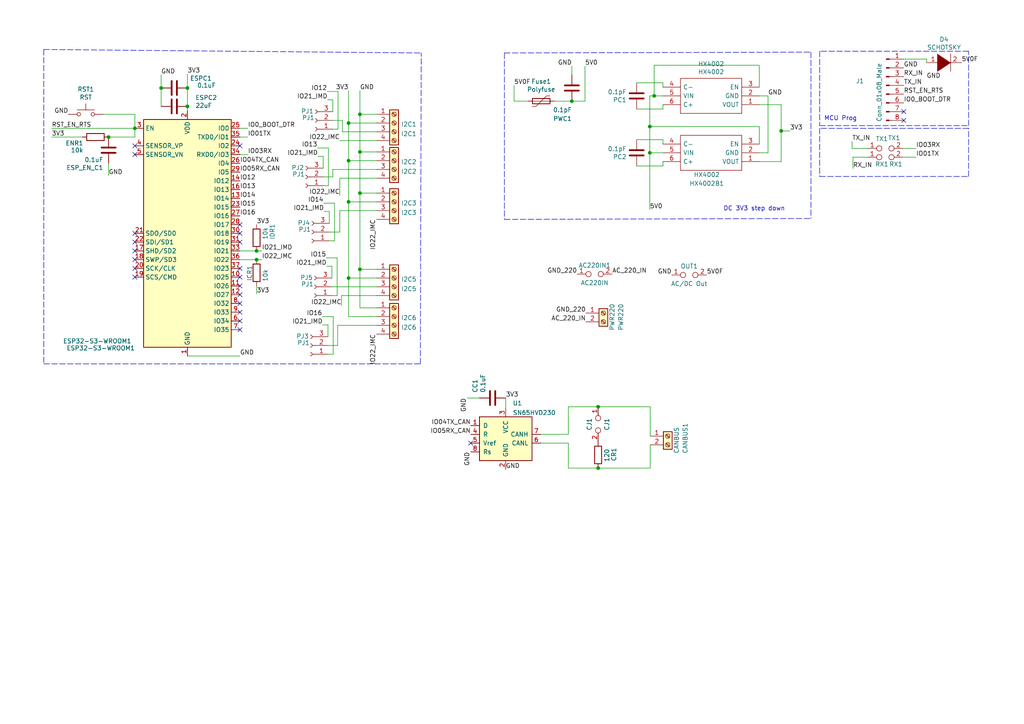
<source format=kicad_sch>
(kicad_sch (version 20211123) (generator eeschema)
  (paper "A4")
  (lib_symbols
    (symbol "Connector:Conn_01x03_Female" (pin_names (offset 1.016) hide)
      (property "Reference" "J" (at 0 5.08 0))
      (property "Value" "Conn_01x03_Female" (at 0 -5.08 0))
      (symbol "Conn_01x03_Female_1_1"
        (arc (start 0 -2.032) (mid -0.508 -2.54) (end 0 -3.048) (stroke (width 0.1524)))
        (polyline (pts (xy -1.27 -2.54) (xy -0.508 -2.54)) (stroke (width 0.1524)))
        (polyline (pts (xy -1.27 0) (xy -0.508 0)) (stroke (width 0.1524)))
        (polyline (pts (xy -1.27 2.54) (xy -0.508 2.54)) (stroke (width 0.1524)))
        (arc (start 0 0.508) (mid -0.508 0) (end 0 -0.508) (stroke (width 0.1524)))
        (arc (start 0 3.048) (mid -0.508 2.54) (end 0 2.032) (stroke (width 0.1524)))
        (pin passive line (at -5.08 2.54 0) (length 3.81) (name "Pin_1") (number "1"))
        (pin passive line (at -5.08 0 0) (length 3.81) (name "Pin_2") (number "2"))
        (pin passive line (at -5.08 -2.54 0) (length 3.81) (name "Pin_3") (number "3"))
      )
    )
    (symbol "Connector:Conn_01x08_Male" (pin_names (offset 1.016) hide)
      (property "Reference" "J" (at 0 10.16 0))
      (property "Value" "Conn_01x08_Male" (at 0 -12.7 0))
      (symbol "Conn_01x08_Male_1_1"
        (polyline (pts (xy 1.27 -10.16) (xy 0.8636 -10.16)) (stroke (width 0.1524)))
        (polyline (pts (xy 1.27 -7.62) (xy 0.8636 -7.62)) (stroke (width 0.1524)))
        (polyline (pts (xy 1.27 -5.08) (xy 0.8636 -5.08)) (stroke (width 0.1524)))
        (polyline (pts (xy 1.27 -2.54) (xy 0.8636 -2.54)) (stroke (width 0.1524)))
        (polyline (pts (xy 1.27 0) (xy 0.8636 0)) (stroke (width 0.1524)))
        (polyline (pts (xy 1.27 2.54) (xy 0.8636 2.54)) (stroke (width 0.1524)))
        (polyline (pts (xy 1.27 5.08) (xy 0.8636 5.08)) (stroke (width 0.1524)))
        (polyline (pts (xy 1.27 7.62) (xy 0.8636 7.62)) (stroke (width 0.1524)))
        (rectangle (start 0.8636 -10.033) (end 0 -10.287) (stroke (width 0.1524)) (fill (type outline)))
        (rectangle (start 0.8636 -7.493) (end 0 -7.747) (stroke (width 0.1524)) (fill (type outline)))
        (rectangle (start 0.8636 -4.953) (end 0 -5.207) (stroke (width 0.1524)) (fill (type outline)))
        (rectangle (start 0.8636 -2.413) (end 0 -2.667) (stroke (width 0.1524)) (fill (type outline)))
        (rectangle (start 0.8636 0.127) (end 0 -0.127) (stroke (width 0.1524)) (fill (type outline)))
        (rectangle (start 0.8636 2.667) (end 0 2.413) (stroke (width 0.1524)) (fill (type outline)))
        (rectangle (start 0.8636 5.207) (end 0 4.953) (stroke (width 0.1524)) (fill (type outline)))
        (rectangle (start 0.8636 7.747) (end 0 7.493) (stroke (width 0.1524)) (fill (type outline)))
        (pin passive line (at 5.08 7.62 180) (length 3.81) (name "Pin_1") (number "1"))
        (pin passive line (at 5.08 5.08 180) (length 3.81) (name "Pin_2") (number "2"))
        (pin passive line (at 5.08 2.54 180) (length 3.81) (name "Pin_3") (number "3"))
        (pin passive line (at 5.08 0 180) (length 3.81) (name "Pin_4") (number "4"))
        (pin passive line (at 5.08 -2.54 180) (length 3.81) (name "Pin_5") (number "5"))
        (pin passive line (at 5.08 -5.08 180) (length 3.81) (name "Pin_6") (number "6"))
        (pin passive line (at 5.08 -7.62 180) (length 3.81) (name "Pin_7") (number "7"))
        (pin passive line (at 5.08 -10.16 180) (length 3.81) (name "Pin_8") (number "8"))
      )
    )
    (symbol "Connector:Screw_Terminal_01x02" (pin_names (offset 1.016) hide)
      (property "Reference" "J" (at 0 2.54 0))
      (property "Value" "Screw_Terminal_01x02" (at 0 -5.08 0))
      (symbol "Screw_Terminal_01x02_1_1"
        (rectangle (start -1.27 1.27) (end 1.27 -3.81) (stroke (width 0.254)) (fill (type background)))
        (circle (center 0 -2.54) (radius 0.635) (stroke (width 0.1524)))
        (polyline (pts (xy -0.5334 -2.2098) (xy 0.3302 -3.048)) (stroke (width 0.1524)))
        (polyline (pts (xy -0.5334 0.3302) (xy 0.3302 -0.508)) (stroke (width 0.1524)))
        (polyline (pts (xy -0.3556 -2.032) (xy 0.508 -2.8702)) (stroke (width 0.1524)))
        (polyline (pts (xy -0.3556 0.508) (xy 0.508 -0.3302)) (stroke (width 0.1524)))
        (circle (center 0 0) (radius 0.635) (stroke (width 0.1524)))
        (pin passive line (at -5.08 0 0) (length 3.81) (name "Pin_1") (number "1"))
        (pin passive line (at -5.08 -2.54 0) (length 3.81) (name "Pin_2") (number "2"))
      )
    )
    (symbol "Connector:Screw_Terminal_01x04" (pin_names (offset 1.016) hide)
      (property "Reference" "J" (at 0 5.08 0))
      (property "Value" "Screw_Terminal_01x04" (at 0 -7.62 0))
      (symbol "Screw_Terminal_01x04_1_1"
        (rectangle (start -1.27 3.81) (end 1.27 -6.35) (stroke (width 0.254)) (fill (type background)))
        (circle (center 0 -5.08) (radius 0.635) (stroke (width 0.1524)))
        (circle (center 0 -2.54) (radius 0.635) (stroke (width 0.1524)))
        (polyline (pts (xy -0.5334 -4.7498) (xy 0.3302 -5.588)) (stroke (width 0.1524)))
        (polyline (pts (xy -0.5334 -2.2098) (xy 0.3302 -3.048)) (stroke (width 0.1524)))
        (polyline (pts (xy -0.5334 0.3302) (xy 0.3302 -0.508)) (stroke (width 0.1524)))
        (polyline (pts (xy -0.5334 2.8702) (xy 0.3302 2.032)) (stroke (width 0.1524)))
        (polyline (pts (xy -0.3556 -4.572) (xy 0.508 -5.4102)) (stroke (width 0.1524)))
        (polyline (pts (xy -0.3556 -2.032) (xy 0.508 -2.8702)) (stroke (width 0.1524)))
        (polyline (pts (xy -0.3556 0.508) (xy 0.508 -0.3302)) (stroke (width 0.1524)))
        (polyline (pts (xy -0.3556 3.048) (xy 0.508 2.2098)) (stroke (width 0.1524)))
        (circle (center 0 0) (radius 0.635) (stroke (width 0.1524)))
        (circle (center 0 2.54) (radius 0.635) (stroke (width 0.1524)))
        (pin passive line (at -5.08 2.54 0) (length 3.81) (name "Pin_1") (number "1"))
        (pin passive line (at -5.08 0 0) (length 3.81) (name "Pin_2") (number "2"))
        (pin passive line (at -5.08 -2.54 0) (length 3.81) (name "Pin_3") (number "3"))
        (pin passive line (at -5.08 -5.08 0) (length 3.81) (name "Pin_4") (number "4"))
      )
    )
    (symbol "Connector:TestPoint_2Pole" (pin_names (offset 0.762) hide)
      (property "Reference" "TP" (at 0 1.524 0))
      (property "Value" "TestPoint_2Pole" (at 0 -1.778 0))
      (symbol "TestPoint_2Pole_0_1"
        (circle (center -1.778 0) (radius 0.762))
        (circle (center 1.778 0) (radius 0.762))
        (pin passive line (at -5.08 0 0) (length 2.54) (name "1") (number "1"))
        (pin passive line (at 5.08 0 180) (length 2.54) (name "2") (number "2"))
      )
    )
    (symbol "Device:C" (pin_numbers hide) (pin_names (offset 0.254))
      (property "Reference" "C" (at 0.635 2.54 0))
      (property "Value" "C" (at 0.635 -2.54 0))
      (symbol "C_0_1"
        (polyline (pts (xy -2.032 -0.762) (xy 2.032 -0.762)) (stroke (width 0.508)))
        (polyline (pts (xy -2.032 0.762) (xy 2.032 0.762)) (stroke (width 0.508)))
      )
      (symbol "C_1_1"
        (pin passive line (at 0 3.81 270) (length 2.794) (name "~") (number "1"))
        (pin passive line (at 0 -3.81 90) (length 2.794) (name "~") (number "2"))
      )
    )
    (symbol "Device:Polyfuse" (pin_numbers hide) (pin_names (offset 0))
      (property "Reference" "F" (at -2.54 0 90))
      (property "Value" "Polyfuse" (at 2.54 0 90))
      (symbol "Polyfuse_0_1"
        (rectangle (start -0.762 2.54) (end 0.762 -2.54) (stroke (width 0.254)))
        (polyline (pts (xy 0 2.54) (xy 0 -2.54)))
        (polyline (pts (xy -1.524 2.54) (xy -1.524 1.524) (xy 1.524 -1.524) (xy 1.524 -2.54)))
      )
      (symbol "Polyfuse_1_1"
        (pin passive line (at 0 3.81 270) (length 1.27) (name "~") (number "1"))
        (pin passive line (at 0 -3.81 90) (length 1.27) (name "~") (number "2"))
      )
    )
    (symbol "Device:R" (pin_numbers hide) (pin_names (offset 0))
      (property "Reference" "R" (at 2.032 0 90))
      (property "Value" "R" (at 0 0 90))
      (symbol "R_0_1"
        (rectangle (start -1.016 -2.54) (end 1.016 2.54) (stroke (width 0.254)))
      )
      (symbol "R_1_1"
        (pin passive line (at 0 3.81 270) (length 1.27) (name "~") (number "1"))
        (pin passive line (at 0 -3.81 90) (length 1.27) (name "~") (number "2"))
      )
    )
    (symbol "HX4002:HX4002" (pin_names (offset 0.762))
      (property "Reference" "IC" (at 24.13 7.62 0))
      (property "Value" "HX4002_HX4002" (at 24.13 5.08 0))
      (symbol "HX4002_0_0"
        (pin passive line (at 0 0 0) (length 5.08) (name "VOUT") (number "1"))
        (pin passive line (at 0 -2.54 0) (length 5.08) (name "GND") (number "2"))
        (pin passive line (at 0 -5.08 0) (length 5.08) (name "EN") (number "3"))
        (pin passive line (at 27.94 -5.08 180) (length 5.08) (name "C-") (number "4"))
        (pin passive line (at 27.94 -2.54 180) (length 5.08) (name "VIN") (number "5"))
        (pin passive line (at 27.94 0 180) (length 5.08) (name "C+") (number "6"))
      )
      (symbol "HX4002_0_1"
        (polyline (pts (xy 5.08 2.54) (xy 22.86 2.54) (xy 22.86 -7.62) (xy 5.08 -7.62) (xy 5.08 2.54)) (stroke (width 0.1524)))
      )
    )
    (symbol "Interface_CAN_LIN:SN65HVD230" (pin_names (offset 1.016))
      (property "Reference" "U" (at -2.54 10.16 0))
      (property "Value" "SN65HVD230" (at -2.54 7.62 0))
      (symbol "SN65HVD230_0_1"
        (rectangle (start -7.62 5.08) (end 7.62 -7.62) (stroke (width 0.254)) (fill (type background)))
      )
      (symbol "SN65HVD230_1_1"
        (pin input line (at -10.16 2.54 0) (length 2.54) (name "D") (number "1"))
        (pin power_in line (at 0 -10.16 90) (length 2.54) (name "GND") (number "2"))
        (pin power_in line (at 0 7.62 270) (length 2.54) (name "VCC") (number "3"))
        (pin output line (at -10.16 0 0) (length 2.54) (name "R") (number "4"))
        (pin output line (at -10.16 -2.54 0) (length 2.54) (name "Vref") (number "5"))
        (pin bidirectional line (at 10.16 -2.54 180) (length 2.54) (name "CANL") (number "6"))
        (pin bidirectional line (at 10.16 0 180) (length 2.54) (name "CANH") (number "7"))
        (pin input line (at -10.16 -5.08 0) (length 2.54) (name "Rs") (number "8"))
      )
    )
    (symbol "RF_Module:ESP32-WROOM-32"
      (property "Reference" "U" (at -12.7 34.29 0))
      (property "Value" "ESP32-WROOM-32" (at 1.27 34.29 0))
      (symbol "ESP32-WROOM-32_0_1"
        (rectangle (start -12.7 33.02) (end 12.7 -33.02) (stroke (width 0.254)) (fill (type background)))
      )
      (symbol "ESP32-WROOM-32_1_1"
        (pin power_in line (at 0 -35.56 90) (length 2.54) (name "GND") (number "1"))
        (pin bidirectional line (at 15.24 -12.7 180) (length 2.54) (name "IO25") (number "10"))
        (pin bidirectional line (at 15.24 -15.24 180) (length 2.54) (name "IO26") (number "11"))
        (pin bidirectional line (at 15.24 -17.78 180) (length 2.54) (name "IO27") (number "12"))
        (pin bidirectional line (at 15.24 10.16 180) (length 2.54) (name "IO14") (number "13"))
        (pin bidirectional line (at 15.24 15.24 180) (length 2.54) (name "IO12") (number "14"))
        (pin passive line (at 0 -35.56 90) (length 2.54) hide (name "GND") (number "15"))
        (pin bidirectional line (at 15.24 12.7 180) (length 2.54) (name "IO13") (number "16"))
        (pin bidirectional line (at -15.24 -5.08 0) (length 2.54) (name "SHD/SD2") (number "17"))
        (pin bidirectional line (at -15.24 -7.62 0) (length 2.54) (name "SWP/SD3") (number "18"))
        (pin bidirectional line (at -15.24 -12.7 0) (length 2.54) (name "SCS/CMD") (number "19"))
        (pin power_in line (at 0 35.56 270) (length 2.54) (name "VDD") (number "2"))
        (pin bidirectional line (at -15.24 -10.16 0) (length 2.54) (name "SCK/CLK") (number "20"))
        (pin bidirectional line (at -15.24 0 0) (length 2.54) (name "SDO/SD0") (number "21"))
        (pin bidirectional line (at -15.24 -2.54 0) (length 2.54) (name "SDI/SD1") (number "22"))
        (pin bidirectional line (at 15.24 7.62 180) (length 2.54) (name "IO15") (number "23"))
        (pin bidirectional line (at 15.24 25.4 180) (length 2.54) (name "IO2") (number "24"))
        (pin bidirectional line (at 15.24 30.48 180) (length 2.54) (name "IO0") (number "25"))
        (pin bidirectional line (at 15.24 20.32 180) (length 2.54) (name "IO4") (number "26"))
        (pin bidirectional line (at 15.24 5.08 180) (length 2.54) (name "IO16") (number "27"))
        (pin bidirectional line (at 15.24 2.54 180) (length 2.54) (name "IO17") (number "28"))
        (pin bidirectional line (at 15.24 17.78 180) (length 2.54) (name "IO5") (number "29"))
        (pin input line (at -15.24 30.48 0) (length 2.54) (name "EN") (number "3"))
        (pin bidirectional line (at 15.24 0 180) (length 2.54) (name "IO18") (number "30"))
        (pin bidirectional line (at 15.24 -2.54 180) (length 2.54) (name "IO19") (number "31"))
        (pin no_connect line (at -12.7 -27.94 0) (length 2.54) hide (name "NC") (number "32"))
        (pin bidirectional line (at 15.24 -5.08 180) (length 2.54) (name "IO21") (number "33"))
        (pin bidirectional line (at 15.24 22.86 180) (length 2.54) (name "RXD0/IO3") (number "34"))
        (pin bidirectional line (at 15.24 27.94 180) (length 2.54) (name "TXD0/IO1") (number "35"))
        (pin bidirectional line (at 15.24 -7.62 180) (length 2.54) (name "IO22") (number "36"))
        (pin bidirectional line (at 15.24 -10.16 180) (length 2.54) (name "IO23") (number "37"))
        (pin passive line (at 0 -35.56 90) (length 2.54) hide (name "GND") (number "38"))
        (pin passive line (at 0 -35.56 90) (length 2.54) hide (name "GND") (number "39"))
        (pin input line (at -15.24 25.4 0) (length 2.54) (name "SENSOR_VP") (number "4"))
        (pin input line (at -15.24 22.86 0) (length 2.54) (name "SENSOR_VN") (number "5"))
        (pin input line (at 15.24 -25.4 180) (length 2.54) (name "IO34") (number "6"))
        (pin input line (at 15.24 -27.94 180) (length 2.54) (name "IO35") (number "7"))
        (pin bidirectional line (at 15.24 -20.32 180) (length 2.54) (name "IO32") (number "8"))
        (pin bidirectional line (at 15.24 -22.86 180) (length 2.54) (name "IO33") (number "9"))
      )
    )
    (symbol "Switch:SW_Push" (pin_numbers hide) (pin_names (offset 1.016) hide)
      (property "Reference" "SW" (at 1.27 2.54 0))
      (property "Value" "SW_Push" (at 0 -1.524 0))
      (symbol "SW_Push_0_1"
        (circle (center -2.032 0) (radius 0.508))
        (polyline (pts (xy 0 1.27) (xy 0 3.048)))
        (polyline (pts (xy 2.54 1.27) (xy -2.54 1.27)))
        (circle (center 2.032 0) (radius 0.508))
        (pin passive line (at -5.08 0 0) (length 2.54) (name "1") (number "1"))
        (pin passive line (at 5.08 0 180) (length 2.54) (name "2") (number "2"))
      )
    )
    (symbol "pspice:DIODE" (pin_names (offset 1.016) hide)
      (property "Reference" "D" (at 0 3.81 0))
      (property "Value" "DIODE" (at 0 -4.445 0))
      (symbol "DIODE_0_1"
        (polyline (pts (xy 1.905 2.54) (xy 1.905 -2.54)))
        (polyline (pts (xy -1.905 2.54) (xy -1.905 -2.54) (xy 1.905 0)) (fill (type outline)))
      )
      (symbol "DIODE_1_1"
        (pin input line (at -5.08 0 0) (length 3.81) (name "K") (number "1"))
        (pin input line (at 5.08 0 180) (length 3.81) (name "A") (number "2"))
      )
    )
  )
  (junction (at 104.394 78.105))
  (junction (at 101.092 35.687))
  (junction (at 226.568 37.973))
  (junction (at 104.394 56.007))
  (junction (at 173.482 117.983))
  (junction (at 104.394 33.147))
  (junction (at 54.356 25.527))
  (junction (at 188.468 36.703))
  (junction (at 39.116 37.211))
  (junction (at 189.738 27.813))
  (junction (at 101.092 58.547))
  (junction (at 101.092 80.645))
  (junction (at 74.422 75.311))
  (junction (at 31.496 39.751))
  (junction (at 46.736 25.527))
  (junction (at 54.356 30.861))
  (junction (at 173.482 135.763))
  (junction (at 74.422 72.771))
  (junction (at 188.468 44.323))
  (junction (at 101.092 46.609))
  (junction (at 104.394 44.069))
  (junction (at 165.862 29.337))
  (no_connect (at 39.116 67.691))
  (no_connect (at 39.116 80.391))
  (no_connect (at 39.116 75.311))
  (no_connect (at 262.128 32.385))
  (no_connect (at 69.596 67.691))
  (no_connect (at 69.596 70.231))
  (no_connect (at 69.596 88.011))
  (no_connect (at 69.596 90.551))
  (no_connect (at 69.596 93.091))
  (no_connect (at 69.596 95.631))
  (no_connect (at 69.596 77.851))
  (no_connect (at 69.596 80.391))
  (no_connect (at 69.596 82.931))
  (no_connect (at 69.596 85.471))
  (no_connect (at 39.116 44.831))
  (no_connect (at 136.525 128.524))
  (no_connect (at 69.596 65.151))
  (no_connect (at 69.596 42.291))
  (no_connect (at 39.116 77.851))
  (no_connect (at 39.116 72.771))
  (no_connect (at 39.116 42.291))
  (no_connect (at 39.116 70.231))
  (no_connect (at 262.128 34.925))
  (wire (pts (xy 94.615 74.803) (xy 97.79 74.803)))
  (wire (pts (xy 192.278 40.513) (xy 184.658 40.513)))
  (polyline (pts (xy 12.7 14.351) (xy 122.174 15.367)))
  (wire (pts (xy 165.862 21.717) (xy 165.862 19.177)))
  (wire (pts (xy 97.917 94.361) (xy 109.22 94.361)))
  (wire (pts (xy 164.846 128.524) (xy 164.846 135.763)))
  (wire (pts (xy 222.758 27.813) (xy 222.758 44.323)))
  (wire (pts (xy 54.356 30.861) (xy 54.356 32.131)))
  (wire (pts (xy 226.568 37.973) (xy 226.568 46.863)))
  (wire (pts (xy 98.552 61.087) (xy 109.22 61.087)))
  (wire (pts (xy 98.552 40.767) (xy 109.22 40.767)))
  (wire (pts (xy 109.22 38.227) (xy 99.314 38.227)))
  (wire (pts (xy 96.52 49.149) (xy 96.52 51.308)))
  (wire (pts (xy 94.996 28.956) (xy 96.52 28.956)))
  (wire (pts (xy 69.596 37.211) (xy 71.882 37.211)))
  (wire (pts (xy 99.06 85.725) (xy 99.06 88.646)))
  (wire (pts (xy 104.394 44.069) (xy 109.22 44.069)))
  (wire (pts (xy 229.108 37.973) (xy 226.568 37.973)))
  (wire (pts (xy 101.092 80.645) (xy 109.22 80.645)))
  (wire (pts (xy 101.092 35.687) (xy 101.092 46.609)))
  (wire (pts (xy 164.846 117.983) (xy 164.846 125.984)))
  (wire (pts (xy 97.79 74.803) (xy 97.79 85.725)))
  (polyline (pts (xy 280.924 37.211) (xy 237.744 37.211)))
  (wire (pts (xy 222.758 44.323) (xy 220.218 44.323)))
  (wire (pts (xy 74.422 75.311) (xy 75.946 75.311)))
  (wire (pts (xy 104.394 26.289) (xy 104.394 33.147)))
  (wire (pts (xy 192.278 46.863) (xy 192.278 48.133)))
  (wire (pts (xy 261.874 45.593) (xy 265.684 45.593)))
  (wire (pts (xy 96.52 34.925) (xy 99.314 34.925)))
  (wire (pts (xy 104.394 33.147) (xy 104.394 44.069)))
  (wire (pts (xy 139.065 115.443) (xy 135.509 115.443)))
  (wire (pts (xy 247.142 43.053) (xy 251.714 43.053)))
  (wire (pts (xy 96.52 37.465) (xy 98.044 37.465)))
  (wire (pts (xy 188.468 44.323) (xy 188.468 36.703)))
  (wire (pts (xy 173.482 117.983) (xy 188.595 117.983)))
  (wire (pts (xy 146.685 115.443) (xy 146.685 118.364)))
  (wire (pts (xy 69.596 44.831) (xy 71.882 44.831)))
  (wire (pts (xy 54.356 25.527) (xy 54.356 30.861)))
  (wire (pts (xy 74.422 72.771) (xy 75.946 72.771)))
  (wire (pts (xy 153.162 29.337) (xy 149.098 29.337)))
  (wire (pts (xy 173.482 135.763) (xy 188.595 135.763)))
  (wire (pts (xy 188.468 44.323) (xy 188.468 60.833)))
  (polyline (pts (xy 237.744 14.859) (xy 237.744 36.449)))
  (wire (pts (xy 98.552 61.087) (xy 98.552 67.31)))
  (wire (pts (xy 169.672 19.177) (xy 169.672 29.337)))
  (wire (pts (xy 46.736 25.527) (xy 46.736 30.861)))
  (wire (pts (xy 164.846 117.983) (xy 173.482 117.983)))
  (wire (pts (xy 164.846 135.763) (xy 173.482 135.763)))
  (wire (pts (xy 95.123 102.743) (xy 96.647 102.743)))
  (wire (pts (xy 96.266 85.725) (xy 97.79 85.725)))
  (wire (pts (xy 109.22 78.105) (xy 104.394 78.105)))
  (wire (pts (xy 29.972 33.147) (xy 39.116 33.147)))
  (wire (pts (xy 189.738 27.813) (xy 192.278 27.813)))
  (wire (pts (xy 69.596 39.751) (xy 71.882 39.751)))
  (wire (pts (xy 39.116 37.211) (xy 39.116 33.147)))
  (wire (pts (xy 95.504 67.31) (xy 98.552 67.31)))
  (wire (pts (xy 54.356 21.463) (xy 54.356 25.527)))
  (wire (pts (xy 261.874 43.053) (xy 265.684 43.053)))
  (wire (pts (xy 247.396 45.593) (xy 251.714 45.593)))
  (wire (pts (xy 95.504 69.85) (xy 97.028 69.85)))
  (wire (pts (xy 247.396 45.593) (xy 247.396 48.895)))
  (wire (pts (xy 220.218 36.703) (xy 220.218 41.783)))
  (wire (pts (xy 98.552 51.689) (xy 98.552 56.642)))
  (wire (pts (xy 101.092 91.821) (xy 109.22 91.821)))
  (wire (pts (xy 188.468 27.813) (xy 189.738 27.813)))
  (wire (pts (xy 101.092 58.547) (xy 101.092 80.645)))
  (wire (pts (xy 95.123 100.203) (xy 97.917 100.203)))
  (wire (pts (xy 31.496 47.371) (xy 31.496 50.927)))
  (wire (pts (xy 165.862 29.337) (xy 169.672 29.337)))
  (wire (pts (xy 149.098 24.765) (xy 149.098 29.337)))
  (wire (pts (xy 93.98 61.341) (xy 95.504 61.341)))
  (polyline (pts (xy 280.924 14.859) (xy 237.744 14.859)))
  (wire (pts (xy 226.568 30.353) (xy 226.568 37.973)))
  (wire (pts (xy 104.394 78.105) (xy 104.394 89.281)))
  (wire (pts (xy 96.266 83.185) (xy 109.22 83.185)))
  (polyline (pts (xy 237.744 37.211) (xy 237.744 51.181)))
  (wire (pts (xy 96.647 91.821) (xy 96.647 102.743)))
  (wire (pts (xy 93.472 91.821) (xy 96.647 91.821)))
  (polyline (pts (xy 280.924 51.181) (xy 280.924 37.211)))
  (wire (pts (xy 156.845 128.524) (xy 164.846 128.524)))
  (wire (pts (xy 14.986 37.211) (xy 39.116 37.211)))
  (wire (pts (xy 156.845 125.984) (xy 164.846 125.984)))
  (wire (pts (xy 69.596 75.311) (xy 74.422 75.311)))
  (wire (pts (xy 99.314 34.925) (xy 99.314 38.227)))
  (wire (pts (xy 39.116 37.211) (xy 39.116 39.751)))
  (polyline (pts (xy 146.304 15.367) (xy 146.304 63.627)))
  (wire (pts (xy 192.278 31.623) (xy 184.658 31.623)))
  (wire (pts (xy 226.568 46.863) (xy 220.218 46.863)))
  (polyline (pts (xy 237.744 36.449) (xy 280.924 36.449)))
  (wire (pts (xy 93.726 51.308) (xy 96.52 51.308)))
  (wire (pts (xy 268.732 17.145) (xy 268.732 18.161)))
  (wire (pts (xy 101.092 26.289) (xy 101.092 35.687)))
  (wire (pts (xy 95.25 42.926) (xy 95.25 53.848)))
  (polyline (pts (xy 12.7 14.351) (xy 12.7 105.537)))
  (wire (pts (xy 262.128 17.145) (xy 268.732 17.145)))
  (wire (pts (xy 192.278 30.353) (xy 192.278 31.623)))
  (wire (pts (xy 247.142 41.021) (xy 247.142 43.053)))
  (wire (pts (xy 93.853 58.928) (xy 97.028 58.928)))
  (polyline (pts (xy 235.204 15.113) (xy 235.204 63.373)))
  (wire (pts (xy 104.394 89.281) (xy 109.22 89.281)))
  (wire (pts (xy 189.738 27.813) (xy 189.738 18.923)))
  (wire (pts (xy 101.092 46.609) (xy 109.22 46.609)))
  (wire (pts (xy 104.394 44.069) (xy 104.394 56.007)))
  (wire (pts (xy 188.468 36.703) (xy 220.218 36.703)))
  (polyline (pts (xy 237.744 51.181) (xy 280.924 51.181)))
  (wire (pts (xy 96.52 49.149) (xy 109.22 49.149)))
  (polyline (pts (xy 280.924 36.449) (xy 280.924 14.859)))
  (wire (pts (xy 192.278 25.273) (xy 192.278 24.003)))
  (polyline (pts (xy 121.92 105.537) (xy 122.174 15.367)))
  (wire (pts (xy 94.869 26.543) (xy 98.044 26.543)))
  (polyline (pts (xy 146.304 63.627) (xy 235.204 63.373)))
  (wire (pts (xy 192.278 24.003) (xy 184.658 24.003)))
  (wire (pts (xy 94.742 77.216) (xy 96.266 77.216)))
  (wire (pts (xy 95.123 97.663) (xy 95.123 94.234)))
  (wire (pts (xy 188.595 129.032) (xy 188.595 135.763)))
  (wire (pts (xy 97.917 100.203) (xy 97.917 94.361)))
  (wire (pts (xy 14.986 39.751) (xy 23.876 39.751)))
  (wire (pts (xy 104.394 33.147) (xy 109.22 33.147)))
  (wire (pts (xy 189.738 18.923) (xy 220.218 18.923)))
  (wire (pts (xy 92.202 45.339) (xy 93.726 45.339)))
  (wire (pts (xy 192.278 41.783) (xy 192.278 40.513)))
  (wire (pts (xy 96.266 80.645) (xy 96.266 77.216)))
  (polyline (pts (xy 12.7 105.537) (xy 121.92 105.537)))
  (wire (pts (xy 220.218 18.923) (xy 220.218 25.273)))
  (wire (pts (xy 92.075 42.926) (xy 95.25 42.926)))
  (wire (pts (xy 54.356 103.251) (xy 69.596 103.251)))
  (wire (pts (xy 188.468 36.703) (xy 188.468 27.813)))
  (wire (pts (xy 98.044 26.543) (xy 98.044 37.465)))
  (wire (pts (xy 101.092 58.547) (xy 109.22 58.547)))
  (polyline (pts (xy 146.304 15.367) (xy 235.204 15.113)))
  (wire (pts (xy 160.782 29.337) (xy 165.862 29.337)))
  (wire (pts (xy 46.736 21.717) (xy 46.736 25.527)))
  (wire (pts (xy 101.092 46.609) (xy 101.092 58.547)))
  (wire (pts (xy 93.599 94.234) (xy 95.123 94.234)))
  (wire (pts (xy 104.394 56.007) (xy 109.22 56.007)))
  (wire (pts (xy 96.52 32.385) (xy 96.52 28.956)))
  (wire (pts (xy 99.06 85.725) (xy 109.22 85.725)))
  (wire (pts (xy 74.422 82.931) (xy 74.422 85.217)))
  (wire (pts (xy 192.278 44.323) (xy 188.468 44.323)))
  (wire (pts (xy 39.116 39.751) (xy 31.496 39.751)))
  (wire (pts (xy 95.504 64.77) (xy 95.504 61.341)))
  (wire (pts (xy 192.278 48.133) (xy 184.658 48.133)))
  (wire (pts (xy 69.596 72.771) (xy 74.422 72.771)))
  (wire (pts (xy 98.552 51.689) (xy 109.22 51.689)))
  (wire (pts (xy 101.092 80.645) (xy 101.092 91.821)))
  (wire (pts (xy 188.595 117.983) (xy 188.595 126.492)))
  (wire (pts (xy 93.726 48.768) (xy 93.726 45.339)))
  (wire (pts (xy 220.218 27.813) (xy 222.758 27.813)))
  (wire (pts (xy 220.218 30.353) (xy 226.568 30.353)))
  (wire (pts (xy 93.726 53.848) (xy 95.25 53.848)))
  (wire (pts (xy 97.028 58.928) (xy 97.028 69.85)))
  (wire (pts (xy 101.092 35.687) (xy 109.22 35.687)))
  (wire (pts (xy 104.394 56.007) (xy 104.394 78.105)))
  (text "DC 3V3 step down" (at 209.804 61.341 0) (effects (font (size 1.27 1.27)) (justify left bottom)))
  (text "MCU Prog" (at 239.014 35.179 0) (effects (font (size 1.27 1.27)) (justify left bottom)))
  (label "GND" (at 222.758 27.813 0))
  (label "GND" (at 194.818 79.756 180))
  (label "GND" (at 69.596 103.251 0))
  (label "IO22_IMC" (at 98.552 56.642 180))
  (label "IO15" (at 69.596 60.071 0))
  (label "IO01TX" (at 265.684 45.593 0))
  (label "GND" (at 46.736 21.717 0))
  (label "IO22_IMC" (at 75.946 75.311 0))
  (label "5V0" (at 188.468 60.833 0))
  (label "GND" (at 19.812 33.147 180))
  (label "IO21_IMD" (at 93.599 94.234 180))
  (label "IO15" (at 94.615 74.803 180))
  (label "RST_EN_RTS" (at 14.986 37.211 0))
  (label "RST_EN_RTS" (at 262.128 27.305 0))
  (label "5V0F" (at 278.892 18.161 0))
  (label "IO0_BOOT_DTR" (at 262.128 29.845 0))
  (label "GND" (at 165.862 19.177 180))
  (label "RX_IN" (at 262.128 22.225 0))
  (label "GND" (at 146.685 136.144 0))
  (label "GND" (at 262.128 19.685 0))
  (label "IO03RX" (at 71.882 44.831 0))
  (label "GND" (at 31.496 50.927 0))
  (label "IO21_IMD" (at 94.996 28.956 180))
  (label "IO16" (at 69.596 62.611 0))
  (label "IO16" (at 93.472 91.821 180))
  (label "AC_220_IN" (at 177.546 79.502 0))
  (label "IO21_IMD" (at 93.98 61.341 180))
  (label "5V0F" (at 149.098 24.765 0))
  (label "5V0F" (at 204.978 79.756 0))
  (label "IO03RX" (at 265.684 43.053 0))
  (label "IO12" (at 94.869 26.543 180))
  (label "3V3" (at 74.422 65.151 0))
  (label "TX_IN" (at 262.128 24.765 0))
  (label "3V3" (at 101.092 26.289 180))
  (label "IO22_IMC" (at 109.22 63.627 270))
  (label "IO0_BOOT_DTR" (at 71.882 37.211 0))
  (label "IO21_IMD" (at 75.946 72.771 0))
  (label "IO22_IMC" (at 99.06 88.646 180))
  (label "GND" (at 135.509 115.443 270))
  (label "RX_IN" (at 247.396 48.895 0))
  (label "IO14" (at 69.596 57.531 0))
  (label "IO12" (at 69.596 52.451 0))
  (label "IO22_IMC" (at 109.22 96.901 270))
  (label "GND" (at 268.732 22.987 0))
  (label "IO22_IMC" (at 98.552 40.767 180))
  (label "3V3" (at 229.108 37.973 0))
  (label "IO14" (at 93.853 58.928 180))
  (label "5V0" (at 169.672 19.177 0))
  (label "IO13" (at 69.596 54.991 0))
  (label "IO13" (at 92.075 42.926 180))
  (label "IO04TX_CAN" (at 136.525 123.444 180))
  (label "IO21_IMD" (at 94.742 77.216 180))
  (label "GND_220" (at 167.386 79.502 180))
  (label "GND" (at 136.525 131.064 270))
  (label "IO05RX_CAN" (at 136.525 125.984 180))
  (label "IO21_IMD" (at 92.202 45.339 180))
  (label "3V3" (at 74.422 85.217 0))
  (label "IO05RX_CAN" (at 69.596 49.911 0))
  (label "3V3" (at 146.685 115.443 0))
  (label "3V3" (at 54.356 21.463 0))
  (label "3V3" (at 14.986 39.751 0))
  (label "IO01TX" (at 71.882 39.751 0))
  (label "GND_220" (at 169.926 90.805 180))
  (label "IO04TX_CAN" (at 69.596 47.371 0))
  (label "AC_220_IN" (at 169.926 93.345 180))
  (label "GND" (at 104.394 26.289 0))
  (label "TX_IN" (at 247.142 41.021 0))
  (symbol (lib_id "Device:R") (at 27.686 39.751 90) (unit 1)
    (property "Reference" "ENR1" (at 21.59 41.529 90))
    (property "Value" "10k" (at 22.352 43.561 90))
    (property "Footprint" "Resistor_SMD:R_1206_3216Metric_Pad1.30x1.75mm_HandSolder" (effects hide))
  )
  (symbol (lib_id "Device:C") (at 165.862 25.527 180) (unit 1)
    (property "Reference" "PWC1" (at 165.862 34.417 0) (effects (justify left)))
    (property "Value" "0.1pF" (at 165.862 31.877 0) (effects (justify left)))
    (property "Footprint" "Capacitor_SMD:C_1206_3216Metric_Pad1.33x1.80mm_HandSolder" (effects hide))
  )
  (symbol (lib_id "HX4002:HX4002") (at 220.218 46.863 180) (unit 1)
    (property "Reference" "HX4002B1" (at 204.978 53.213 0))
    (property "Value" "HX4002" (at 204.978 50.673 0))
    (property "Footprint" "AeonLabs:HX4002 SOT95 P280X125-6N" (effects hide))
    (property "Datasheet" "http://www.jiecx.com/files856985665897965/productpdf/2013-7-5/545010255.pdf" (effects hide))
    (property "Description" "Low Noise Regulated Charge Pump in SOT23-6" (effects hide))
    (property "Height" "1.25" (effects hide))
    (property "Manufacturer_Name" "HEXIN" (effects hide))
    (property "Manufacturer_Part_Number" "HX4002" (effects hide))
  )
  (symbol (lib_id "RF_Module:ESP32-WROOM-32") (at 54.356 67.691 0) (unit 1)
    (property "Reference" "ESP32-S3-WROOM1" (at 28.194 98.933 0))
    (property "Value" "ESP32-S3-WROOM1" (at 29.21 100.965 0))
    (property "Footprint" "RF_Module:ESP32-WROOM-32" (effects hide))
    (property "Datasheet" "https://www.espressif.com/sites/default/files/documentation/esp32-wroom-32_datasheet_en.pdf" (effects hide))
  )
  (symbol (lib_id "pspice:DIODE") (at 273.812 18.161 0) (unit 1)
    (property "Reference" "D4" (at 273.812 11.43 0))
    (property "Value" "SCHOTSKY" (at 273.812 13.7414 0))
    (property "Footprint" "Diode_SMD:D_1210_3225Metric_Pad1.42x2.65mm_HandSolder" (effects hide))
  )
  (symbol (lib_id "Connector:Conn_01x08_Male") (at 257.048 24.765 0) (unit 1)
    (property "Reference" "J1" (at 249.428 23.495 0))
    (property "Value" "Conn_01x08_Male" (at 255.016 26.797 90))
    (property "Footprint" "Connector:SOIC_clipProgSmall" (effects hide))
  )
  (symbol (lib_id "HX4002:HX4002") (at 220.218 30.353 180) (unit 1)
    (property "Reference" "HX4002" (at 206.248 18.542 0))
    (property "Value" "HX4002" (at 206.248 20.8534 0))
    (property "Footprint" "AeonLabs:HX4002 SOT95 P280X125-6N" (effects hide))
    (property "Datasheet" "http://www.jiecx.com/files856985665897965/productpdf/2013-7-5/545010255.pdf" (effects hide))
    (property "Description" "Low Noise Regulated Charge Pump in SOT23-6" (effects hide))
    (property "Height" "1.25" (effects hide))
    (property "Manufacturer_Name" "HEXIN" (effects hide))
    (property "Manufacturer_Part_Number" "HX4002" (effects hide))
  )
  (symbol (lib_id "Connector:Screw_Terminal_01x04") (at 114.3 91.821 0) (unit 1)
    (property "Reference" "I2C6" (at 116.332 92.1825 0) (effects (justify left)))
    (property "Value" "I2C6" (at 116.332 94.9576 0) (effects (justify left)))
    (property "Footprint" "TerminalBlock_4Ucon:TerminalBlock_4Ucon_1x04_P3.50mm_Vertical" (effects hide))
  )
  (symbol (lib_id "Connector:Conn_01x03_Female") (at 90.043 100.203 180) (unit 1)
    (property "Reference" "PJ3" (at 87.757 97.536 0))
    (property "Value" "PJ1" (at 88.011 99.441 0))
    (property "Footprint" "TestPoint:TestPoint_3Pads_Pitch2.54mm_Drill0.8mm" (effects hide))
  )
  (symbol (lib_id "Connector:Screw_Terminal_01x02") (at 175.006 90.805 0) (unit 1)
    (property "Reference" "PWR220" (at 180.086 95.885 90) (effects (justify left)))
    (property "Value" "PWR220" (at 177.546 95.885 90) (effects (justify left)))
    (property "Footprint" "TerminalBlock:TerminalBlock_bornier-2_P5.08mm" (effects hide))
  )
  (symbol (lib_id "Device:R") (at 74.422 79.121 180) (unit 1)
    (property "Reference" "ICR1" (at 72.39 79.248 90))
    (property "Value" "10k" (at 76.962 79.883 90))
    (property "Footprint" "Resistor_SMD:R_1206_3216Metric_Pad1.30x1.75mm_HandSolder" (effects hide))
  )
  (symbol (lib_id "Connector:TestPoint_2Pole") (at 173.482 123.063 270) (unit 1)
    (property "Reference" "CJ1" (at 176.022 123.063 0))
    (property "Value" "CJ1" (at 170.942 123.063 0))
    (property "Footprint" "TestPoint:TestPoint_2Pads_Pitch2.54mm_Drill0.8mm" (effects hide))
  )
  (symbol (lib_id "Interface_CAN_LIN:SN65HVD230") (at 146.685 125.984 0) (unit 1)
    (property "Reference" "U1" (at 148.7044 116.9375 0) (effects (justify left)))
    (property "Value" "SN65HVD230" (at 148.7044 119.7126 0) (effects (justify left)))
    (property "Footprint" "Package_SO:SOIC-8_3.9x4.9mm_P1.27mm" (effects hide))
    (property "Datasheet" "http://www.ti.com/lit/ds/symlink/sn65hvd230.pdf" (effects hide))
  )
  (symbol (lib_id "Device:C") (at 184.658 44.323 180) (unit 1)
    (property "Reference" "PC2" (at 181.737 45.4914 0) (effects (justify left)))
    (property "Value" "0.1pF" (at 181.737 43.18 0) (effects (justify left)))
    (property "Footprint" "Capacitor_SMD:C_1206_3216Metric_Pad1.33x1.80mm_HandSolder" (effects hide))
  )
  (symbol (lib_id "Device:R") (at 173.482 131.953 180) (unit 1)
    (property "Reference" "CR1" (at 178.054 131.826 90))
    (property "Value" "120" (at 176.022 132.08 90))
    (property "Footprint" "Resistor_SMD:R_1206_3216Metric_Pad1.30x1.75mm_HandSolder" (effects hide))
  )
  (symbol (lib_id "Connector:Screw_Terminal_01x04") (at 114.3 80.645 0) (unit 1)
    (property "Reference" "I2C5" (at 116.332 81.0065 0) (effects (justify left)))
    (property "Value" "I2C5" (at 116.332 83.7816 0) (effects (justify left)))
    (property "Footprint" "TerminalBlock_4Ucon:TerminalBlock_4Ucon_1x04_P3.50mm_Vertical" (effects hide))
  )
  (symbol (lib_id "Device:R") (at 74.422 68.961 180) (unit 1)
    (property "Reference" "IDR1" (at 78.994 67.183 90))
    (property "Value" "10k" (at 76.962 67.691 90))
    (property "Footprint" "Resistor_SMD:R_1206_3216Metric_Pad1.30x1.75mm_HandSolder" (effects hide))
  )
  (symbol (lib_id "Connector:TestPoint_2Pole") (at 256.794 45.593 0) (unit 1)
    (property "Reference" "RX1" (at 259.842 47.625 0))
    (property "Value" "RX1" (at 255.778 47.625 0))
    (property "Footprint" "TestPoint:TestPoint_Pad_Bridge_1.0x1.0mm" (effects hide))
  )
  (symbol (lib_id "Device:C") (at 184.658 27.813 180) (unit 1)
    (property "Reference" "PC1" (at 181.737 28.9814 0) (effects (justify left)))
    (property "Value" "0.1pF" (at 181.737 26.67 0) (effects (justify left)))
    (property "Footprint" "Capacitor_SMD:C_1206_3216Metric_Pad1.33x1.80mm_HandSolder" (effects hide))
  )
  (symbol (lib_id "Connector:TestPoint_2Pole") (at 199.898 79.756 0) (unit 1)
    (property "Reference" "OUT1" (at 199.898 77.216 0))
    (property "Value" "AC/DC Out" (at 199.898 82.296 0))
    (property "Footprint" "TestPoint:TestPoint_2Pads_Pitch2.54mm_Drill0.8mm" (effects hide))
  )
  (symbol (lib_id "Device:C") (at 50.546 30.861 270) (unit 1)
    (property "Reference" "ESPC2" (at 56.642 28.321 90) (effects (justify left)))
    (property "Value" "22uF" (at 56.642 30.607 90) (effects (justify left)))
    (property "Footprint" "Capacitor_SMD:C_1206_3216Metric_Pad1.33x1.80mm_HandSolder" (effects hide))
  )
  (symbol (lib_id "Connector:Conn_01x03_Female") (at 91.186 83.185 180) (unit 1)
    (property "Reference" "PJ5" (at 88.9 80.518 0))
    (property "Value" "PJ1" (at 89.154 82.423 0))
    (property "Footprint" "TestPoint:TestPoint_3Pads_Pitch2.54mm_Drill0.8mm" (effects hide))
  )
  (symbol (lib_id "Device:C") (at 50.546 25.527 270) (unit 1)
    (property "Reference" "ESPC1" (at 55.118 22.733 90) (effects (justify left)))
    (property "Value" "0.1uF" (at 57.15 24.765 90) (effects (justify left)))
    (property "Footprint" "Capacitor_SMD:C_1206_3216Metric_Pad1.33x1.80mm_HandSolder" (effects hide))
  )
  (symbol (lib_id "Switch:SW_Push") (at 24.892 33.147 0) (unit 1)
    (property "Reference" "RST1" (at 24.892 25.908 0))
    (property "Value" "RST" (at 24.892 28.2194 0))
    (property "Footprint" "AeonLabs:SW_Push_SPST_NO_Alps_SKRK AliExpress" (effects hide))
  )
  (symbol (lib_id "Connector:Conn_01x03_Female") (at 90.424 67.31 180) (unit 1)
    (property "Reference" "PJ4" (at 88.138 64.643 0))
    (property "Value" "PJ1" (at 88.392 66.548 0))
    (property "Footprint" "TestPoint:TestPoint_3Pads_Pitch2.54mm_Drill0.8mm" (effects hide))
  )
  (symbol (lib_id "Connector:Screw_Terminal_01x04") (at 114.3 46.609 0) (unit 1)
    (property "Reference" "I2C2" (at 116.332 46.9705 0) (effects (justify left)))
    (property "Value" "I2C2" (at 116.332 49.7456 0) (effects (justify left)))
    (property "Footprint" "TerminalBlock_4Ucon:TerminalBlock_4Ucon_1x04_P3.50mm_Vertical" (effects hide))
  )
  (symbol (lib_id "Connector:Screw_Terminal_01x02") (at 193.675 126.492 0) (unit 1)
    (property "Reference" "CANBUS1" (at 198.755 131.572 90) (effects (justify left)))
    (property "Value" "CANBUS" (at 196.215 131.572 90) (effects (justify left)))
    (property "Footprint" "TerminalBlock:TerminalBlock_bornier-2_P5.08mm" (effects hide))
  )
  (symbol (lib_id "Device:C") (at 142.875 115.443 90) (unit 1)
    (property "Reference" "CC1" (at 137.795 113.919 0) (effects (justify left)))
    (property "Value" "0.1uF" (at 140.081 113.919 0) (effects (justify left)))
    (property "Footprint" "Capacitor_SMD:C_1206_3216Metric_Pad1.33x1.80mm_HandSolder" (effects hide))
  )
  (symbol (lib_id "Device:Polyfuse") (at 156.972 29.337 270) (unit 1)
    (property "Reference" "Fuse1" (at 156.972 23.622 90))
    (property "Value" "Polyfuse" (at 156.972 25.9334 90))
    (property "Footprint" "Fuse:Fuse_1206_3216Metric_Pad1.42x1.75mm_HandSolder" (effects hide))
  )
  (symbol (lib_id "Connector:Screw_Terminal_01x04") (at 114.3 58.547 0) (unit 1)
    (property "Reference" "I2C3" (at 116.332 58.9085 0) (effects (justify left)))
    (property "Value" "I2C3" (at 116.332 61.6836 0) (effects (justify left)))
    (property "Footprint" "TerminalBlock_4Ucon:TerminalBlock_4Ucon_1x04_P3.50mm_Vertical" (effects hide))
  )
  (symbol (lib_id "Connector:TestPoint_2Pole") (at 172.466 79.502 0) (unit 1)
    (property "Reference" "AC220IN1" (at 172.466 76.962 0))
    (property "Value" "AC220IN" (at 172.466 82.042 0))
    (property "Footprint" "TestPoint:TestPoint_2Pads_Pitch3.81mm_Drill1.3mm" (effects hide))
  )
  (symbol (lib_id "Connector:TestPoint_2Pole") (at 256.794 43.053 0) (unit 1)
    (property "Reference" "TX1" (at 255.778 40.259 0))
    (property "Value" "TX1" (at 259.334 40.005 0))
    (property "Footprint" "TestPoint:TestPoint_Pad_Bridge_1.0x1.0mm" (effects hide))
  )
  (symbol (lib_id "Connector:Conn_01x03_Female") (at 88.646 51.308 180) (unit 1)
    (property "Reference" "PJ2" (at 86.36 48.641 0))
    (property "Value" "PJ1" (at 86.614 50.546 0))
    (property "Footprint" "TestPoint:TestPoint_3Pads_Pitch2.54mm_Drill0.8mm" (effects hide))
  )
  (symbol (lib_id "Connector:Screw_Terminal_01x04") (at 114.3 35.687 0) (unit 1)
    (property "Reference" "I2C1" (at 116.332 36.0485 0) (effects (justify left)))
    (property "Value" "I2C1" (at 116.332 38.8236 0) (effects (justify left)))
    (property "Footprint" "TerminalBlock_4Ucon:TerminalBlock_4Ucon_1x04_P3.50mm_Vertical" (effects hide))
  )
  (symbol (lib_id "Connector:Conn_01x03_Female") (at 91.44 34.925 180) (unit 1)
    (property "Reference" "PJ1" (at 89.154 32.258 0))
    (property "Value" "PJ1" (at 89.408 34.163 0))
    (property "Footprint" "TestPoint:TestPoint_3Pads_Pitch2.54mm_Drill0.8mm" (effects hide))
  )
  (symbol (lib_id "Device:C") (at 31.496 43.561 180) (unit 1)
    (property "Reference" "ESP_EN_C1" (at 29.972 48.641 0) (effects (justify left)))
    (property "Value" "0.1uF" (at 29.972 46.355 0) (effects (justify left)))
    (property "Footprint" "Capacitor_SMD:C_1206_3216Metric_Pad1.33x1.80mm_HandSolder" (effects hide))
  )
)
</source>
